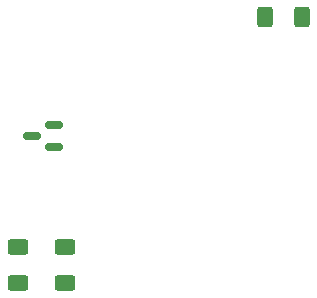
<source format=gbr>
%TF.GenerationSoftware,KiCad,Pcbnew,7.0.5*%
%TF.CreationDate,2024-01-07T17:07:27+01:00*%
%TF.ProjectId,37c3PCBLEDC100R_Rev.2,33376333-5043-4424-9c45-444331303052,rev?*%
%TF.SameCoordinates,Original*%
%TF.FileFunction,Paste,Top*%
%TF.FilePolarity,Positive*%
%FSLAX46Y46*%
G04 Gerber Fmt 4.6, Leading zero omitted, Abs format (unit mm)*
G04 Created by KiCad (PCBNEW 7.0.5) date 2024-01-07 17:07:27*
%MOMM*%
%LPD*%
G01*
G04 APERTURE LIST*
G04 Aperture macros list*
%AMRoundRect*
0 Rectangle with rounded corners*
0 $1 Rounding radius*
0 $2 $3 $4 $5 $6 $7 $8 $9 X,Y pos of 4 corners*
0 Add a 4 corners polygon primitive as box body*
4,1,4,$2,$3,$4,$5,$6,$7,$8,$9,$2,$3,0*
0 Add four circle primitives for the rounded corners*
1,1,$1+$1,$2,$3*
1,1,$1+$1,$4,$5*
1,1,$1+$1,$6,$7*
1,1,$1+$1,$8,$9*
0 Add four rect primitives between the rounded corners*
20,1,$1+$1,$2,$3,$4,$5,0*
20,1,$1+$1,$4,$5,$6,$7,0*
20,1,$1+$1,$6,$7,$8,$9,0*
20,1,$1+$1,$8,$9,$2,$3,0*%
G04 Aperture macros list end*
%ADD10RoundRect,0.213255X-0.436745X-0.661745X0.436745X-0.661745X0.436745X0.661745X-0.436745X0.661745X0*%
%ADD11RoundRect,0.213255X-0.661745X0.436745X-0.661745X-0.436745X0.661745X-0.436745X0.661745X0.436745X0*%
%ADD12RoundRect,0.150000X0.587500X0.150000X-0.587500X0.150000X-0.587500X-0.150000X0.587500X-0.150000X0*%
%ADD13RoundRect,0.213255X0.661745X-0.436745X0.661745X0.436745X-0.661745X0.436745X-0.661745X-0.436745X0*%
G04 APERTURE END LIST*
D10*
%TO.C,R1*%
X145700000Y-64000000D03*
X148800000Y-64000000D03*
%TD*%
D11*
%TO.C,R2*%
X128750000Y-83450000D03*
X128750000Y-86550000D03*
%TD*%
D12*
%TO.C,Q1*%
X127837500Y-75050000D03*
X127837500Y-73150000D03*
X125962500Y-74100000D03*
%TD*%
D13*
%TO.C,R3*%
X124750000Y-86550000D03*
X124750000Y-83450000D03*
%TD*%
M02*

</source>
